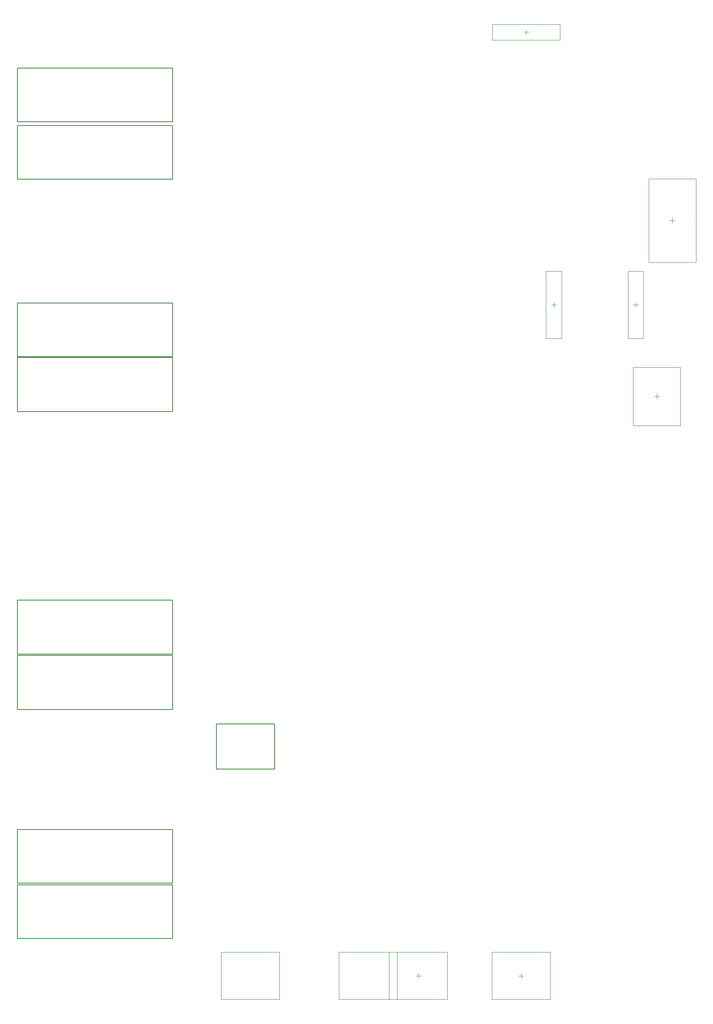
<source format=gbr>
%TF.GenerationSoftware,Altium Limited,Altium Designer,21.6.4 (81)*%
G04 Layer_Color=16711935*
%FSLAX43Y43*%
%MOMM*%
%TF.SameCoordinates,A962B9D3-E780-4B03-8A10-E236CC36F35F*%
%TF.FilePolarity,Positive*%
%TF.FileFunction,Other,Top_Courtyard*%
%TF.Part,Single*%
G01*
G75*
%TA.AperFunction,NonConductor*%
%ADD139C,0.200*%
%ADD198C,0.050*%
D139*
X81695Y14425D02*
X112555D01*
X81695D02*
Y25125D01*
X112555D01*
Y14425D02*
Y25125D01*
Y60025D02*
Y70725D01*
X81695D02*
X112555D01*
X81695Y60025D02*
Y70725D01*
Y60025D02*
X112555D01*
Y71025D02*
Y81725D01*
X81695D02*
X112555D01*
X81695Y71025D02*
Y81725D01*
Y71025D02*
X112555D01*
Y25425D02*
Y36125D01*
X81695D02*
X112555D01*
X81695Y25425D02*
Y36125D01*
Y25425D02*
X112555D01*
Y119275D02*
Y129975D01*
X81695D02*
X112555D01*
X81695Y119275D02*
Y129975D01*
Y119275D02*
X112555D01*
Y130175D02*
Y140875D01*
X81695D02*
X112555D01*
X81695Y130175D02*
Y140875D01*
Y130175D02*
X112555D01*
Y165475D02*
Y176175D01*
X81695D02*
X112555D01*
X81695Y165475D02*
Y176175D01*
Y165475D02*
X112555D01*
Y176875D02*
Y187575D01*
X81695D02*
X112555D01*
X81695Y176875D02*
Y187575D01*
Y176875D02*
X112555D01*
X121275Y48100D02*
Y57100D01*
Y48100D02*
X132875D01*
Y57100D01*
X121275D02*
X132875D01*
D198*
X145725Y11700D02*
X157325D01*
Y2300D02*
Y11700D01*
X145725Y2300D02*
X157325D01*
X145725D02*
Y11700D01*
X122200D02*
X133800D01*
Y2300D02*
Y11700D01*
X122200Y2300D02*
X133800D01*
X122200D02*
Y11700D01*
X155725D02*
X167325D01*
Y2300D02*
Y11700D01*
X155725Y2300D02*
X167325D01*
X155725D02*
Y11700D01*
X161025Y7000D02*
X162025D01*
X161525Y6500D02*
Y7500D01*
X204770Y140025D02*
Y141025D01*
X204270Y140525D02*
X205270D01*
X206315Y133825D02*
Y147225D01*
X203225Y133825D02*
X206315D01*
X203225D02*
Y147225D01*
X206315D01*
X182495Y194742D02*
X183495D01*
X182995Y194242D02*
Y195242D01*
X176295Y193197D02*
X189695D01*
X176295D02*
Y196287D01*
X189695D01*
Y193197D02*
Y196287D01*
X186950Y147215D02*
X190040D01*
X186950Y133815D02*
Y147215D01*
Y133815D02*
X190040D01*
Y147215D01*
X187995Y140515D02*
X188995D01*
X188495Y140015D02*
Y141015D01*
X207375Y149000D02*
X216775D01*
Y165600D01*
X207375D02*
X216775D01*
X207375Y149000D02*
Y165600D01*
X212075Y156800D02*
Y157800D01*
X211575Y157300D02*
X212575D01*
X204300Y116475D02*
Y128075D01*
X213700D01*
Y116475D02*
Y128075D01*
X204300Y116475D02*
X213700D01*
X209000Y121775D02*
Y122775D01*
X208500Y122275D02*
X209500D01*
X182000Y6500D02*
Y7500D01*
X181500Y7000D02*
X182500D01*
X176200Y2300D02*
Y11700D01*
Y2300D02*
X187800D01*
Y11700D01*
X176200D02*
X187800D01*
%TF.MD5,2c8ed4df5b2b0941aebd054f18bdb1b6*%
M02*

</source>
